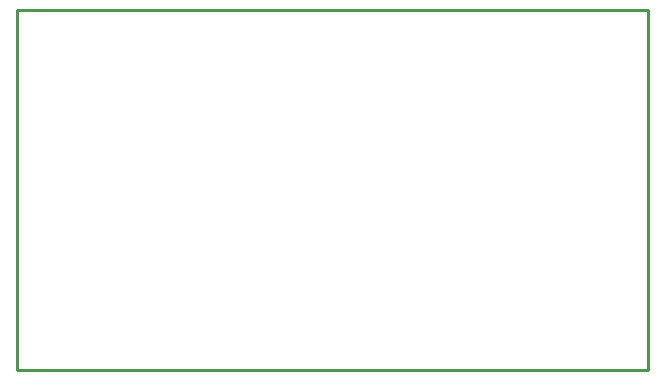
<source format=gko>
G04 Layer: BoardOutlineLayer*
G04 EasyEDA v6.5.47, 2024-10-08 22:28:42*
G04 1ebfd5db29c148b9bf331c51237545a2,bd0a3265f8cf4f36a4e098e39f96ef10,10*
G04 Gerber Generator version 0.2*
G04 Scale: 100 percent, Rotated: No, Reflected: No *
G04 Dimensions in millimeters *
G04 leading zeros omitted , absolute positions ,4 integer and 5 decimal *
%FSLAX45Y45*%
%MOMM*%

%ADD10C,0.2540*%
D10*
X0Y3035300D02*
G01*
X5339989Y3035300D01*
X5339989Y-14693D01*
X0Y-14693D01*
X0Y3035300D01*

%LPD*%
M02*

</source>
